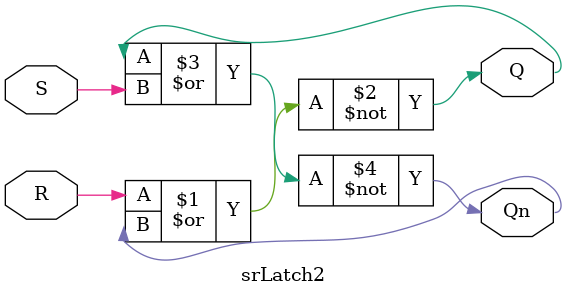
<source format=v>
`timescale 1ns / 1ps

module srLatch2 (R, S, Q, Qn);

    input R, S;
    output Q, Qn;
    
    wire R, S, Q, Qn;
    
    nor (Q, R, Qn);
    
    nor (Qn, Q, S);

endmodule
</source>
